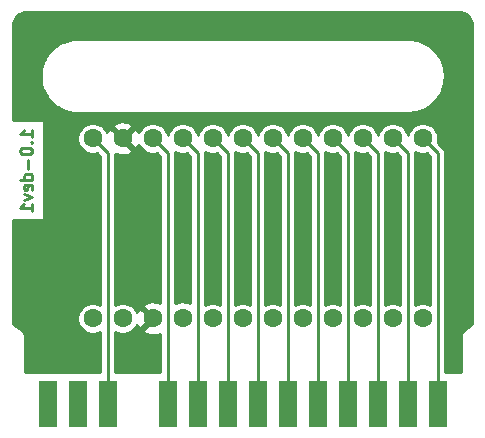
<source format=gbr>
G04 #@! TF.GenerationSoftware,KiCad,Pcbnew,(5.1.9-0-10_14)*
G04 #@! TF.CreationDate,2021-03-07T20:21:02-08:00*
G04 #@! TF.ProjectId,cart,63617274-2e6b-4696-9361-645f70636258,1.0-dev0*
G04 #@! TF.SameCoordinates,Original*
G04 #@! TF.FileFunction,Copper,L2,Bot*
G04 #@! TF.FilePolarity,Positive*
%FSLAX46Y46*%
G04 Gerber Fmt 4.6, Leading zero omitted, Abs format (unit mm)*
G04 Created by KiCad (PCBNEW (5.1.9-0-10_14)) date 2021-03-07 20:21:02*
%MOMM*%
%LPD*%
G01*
G04 APERTURE LIST*
G04 #@! TA.AperFunction,NonConductor*
%ADD10C,0.228600*%
G04 #@! TD*
G04 #@! TA.AperFunction,ConnectorPad*
%ADD11R,1.600000X4.000000*%
G04 #@! TD*
G04 #@! TA.AperFunction,ComponentPad*
%ADD12C,1.600000*%
G04 #@! TD*
G04 #@! TA.AperFunction,ViaPad*
%ADD13C,0.600000*%
G04 #@! TD*
G04 #@! TA.AperFunction,Conductor*
%ADD14C,0.254000*%
G04 #@! TD*
G04 #@! TA.AperFunction,Conductor*
%ADD15C,0.100000*%
G04 #@! TD*
G04 APERTURE END LIST*
D10*
X121871619Y-104046685D02*
X121871619Y-103466113D01*
X121871619Y-103756399D02*
X120855619Y-103756399D01*
X121000761Y-103659637D01*
X121097523Y-103562875D01*
X121145904Y-103466113D01*
X121774857Y-104482113D02*
X121823238Y-104530494D01*
X121871619Y-104482113D01*
X121823238Y-104433732D01*
X121774857Y-104482113D01*
X121871619Y-104482113D01*
X120855619Y-105159447D02*
X120855619Y-105256209D01*
X120904000Y-105352970D01*
X120952380Y-105401351D01*
X121049142Y-105449732D01*
X121242666Y-105498113D01*
X121484571Y-105498113D01*
X121678095Y-105449732D01*
X121774857Y-105401351D01*
X121823238Y-105352970D01*
X121871619Y-105256209D01*
X121871619Y-105159447D01*
X121823238Y-105062685D01*
X121774857Y-105014304D01*
X121678095Y-104965923D01*
X121484571Y-104917542D01*
X121242666Y-104917542D01*
X121049142Y-104965923D01*
X120952380Y-105014304D01*
X120904000Y-105062685D01*
X120855619Y-105159447D01*
X121484571Y-105933542D02*
X121484571Y-106707637D01*
X121871619Y-107626875D02*
X120855619Y-107626875D01*
X121823238Y-107626875D02*
X121871619Y-107530113D01*
X121871619Y-107336590D01*
X121823238Y-107239828D01*
X121774857Y-107191447D01*
X121678095Y-107143066D01*
X121387809Y-107143066D01*
X121291047Y-107191447D01*
X121242666Y-107239828D01*
X121194285Y-107336590D01*
X121194285Y-107530113D01*
X121242666Y-107626875D01*
X121823238Y-108497732D02*
X121871619Y-108400970D01*
X121871619Y-108207447D01*
X121823238Y-108110685D01*
X121726476Y-108062304D01*
X121339428Y-108062304D01*
X121242666Y-108110685D01*
X121194285Y-108207447D01*
X121194285Y-108400970D01*
X121242666Y-108497732D01*
X121339428Y-108546113D01*
X121436190Y-108546113D01*
X121532952Y-108062304D01*
X121194285Y-108884780D02*
X121871619Y-109126685D01*
X121194285Y-109368590D01*
X121871619Y-110287828D02*
X121871619Y-109707256D01*
X121871619Y-109997542D02*
X120855619Y-109997542D01*
X121000761Y-109900780D01*
X121097523Y-109804018D01*
X121145904Y-109707256D01*
D11*
X123190000Y-126619000D03*
X125730000Y-126619000D03*
X128270000Y-126619000D03*
X133350000Y-126619000D03*
X135890000Y-126619000D03*
X138430000Y-126619000D03*
X140970000Y-126619000D03*
X143510000Y-126619000D03*
X146050000Y-126619000D03*
X148590000Y-126619000D03*
X151130000Y-126619000D03*
X156210000Y-126619000D03*
X153670000Y-126619000D03*
D12*
X127000000Y-104140000D03*
X129540000Y-104140000D03*
X132080000Y-104140000D03*
X134620000Y-104140000D03*
X137160000Y-104140000D03*
X139700000Y-104140000D03*
X142240000Y-104140000D03*
X144780000Y-104140000D03*
X147320000Y-104140000D03*
X149860000Y-104140000D03*
X152400000Y-104140000D03*
X154940000Y-104140000D03*
X154940000Y-119380000D03*
X152400000Y-119380000D03*
X149860000Y-119380000D03*
X147320000Y-119380000D03*
X144780000Y-119380000D03*
X142240000Y-119380000D03*
X139700000Y-119380000D03*
X137160000Y-119380000D03*
X134620000Y-119380000D03*
X132080000Y-119380000D03*
X129540000Y-119380000D03*
X127000000Y-119380000D03*
D13*
X134620000Y-111760000D03*
X137160000Y-111760000D03*
X139700000Y-111760000D03*
X142240000Y-111760000D03*
X144780000Y-111760000D03*
X147320000Y-111760000D03*
X149860000Y-111760000D03*
X152400000Y-111760000D03*
X154940000Y-111760000D03*
X158115000Y-117475000D03*
X125095000Y-111760000D03*
D14*
X128270000Y-105410000D02*
X128270000Y-126619000D01*
X127000000Y-104140000D02*
X128270000Y-105410000D01*
X133350000Y-105410000D02*
X133350000Y-126619000D01*
X132080000Y-104140000D02*
X133350000Y-105410000D01*
X135890000Y-105410000D02*
X135890000Y-126619000D01*
X134620000Y-104140000D02*
X135890000Y-105410000D01*
X138430000Y-105410000D02*
X138430000Y-126619000D01*
X137160000Y-104140000D02*
X138430000Y-105410000D01*
X140970000Y-105410000D02*
X140970000Y-126619000D01*
X139700000Y-104140000D02*
X140970000Y-105410000D01*
X143510000Y-105410000D02*
X143510000Y-126619000D01*
X142240000Y-104140000D02*
X143510000Y-105410000D01*
X146050000Y-105410000D02*
X146050000Y-126619000D01*
X144780000Y-104140000D02*
X146050000Y-105410000D01*
X148590000Y-105410000D02*
X148590000Y-126619000D01*
X147320000Y-104140000D02*
X148590000Y-105410000D01*
X151130000Y-105410000D02*
X151130000Y-126619000D01*
X149860000Y-104140000D02*
X151130000Y-105410000D01*
X156210000Y-105410000D02*
X156210000Y-126619000D01*
X154940000Y-104140000D02*
X156210000Y-105410000D01*
X153670000Y-105410000D02*
X153670000Y-126619000D01*
X152400000Y-104140000D02*
X153670000Y-105410000D01*
X158198689Y-93466143D02*
X158416740Y-93531976D01*
X158617855Y-93638911D01*
X158794370Y-93782873D01*
X158939557Y-93958375D01*
X159047893Y-94158738D01*
X159115248Y-94376326D01*
X159142000Y-94630858D01*
X159142001Y-119840896D01*
X158420334Y-120390807D01*
X158410579Y-120396021D01*
X158372756Y-120427062D01*
X158357746Y-120438499D01*
X158349713Y-120445972D01*
X158317999Y-120471999D01*
X158305935Y-120486699D01*
X158292027Y-120499638D01*
X158268040Y-120532875D01*
X158242021Y-120564580D01*
X158233060Y-120581344D01*
X158221940Y-120596753D01*
X158204895Y-120634038D01*
X158185564Y-120670204D01*
X158180046Y-120688393D01*
X158172145Y-120705677D01*
X158162701Y-120745575D01*
X158150798Y-120784812D01*
X158148935Y-120803726D01*
X158144557Y-120822221D01*
X158143078Y-120863199D01*
X158142000Y-120874140D01*
X158142000Y-120893046D01*
X158140236Y-120941907D01*
X158142000Y-120952819D01*
X158142000Y-123888500D01*
X156845000Y-123888500D01*
X156845000Y-105441180D01*
X156848071Y-105409999D01*
X156845000Y-105378818D01*
X156845000Y-105378808D01*
X156835812Y-105285518D01*
X156799502Y-105165820D01*
X156740538Y-105055507D01*
X156740537Y-105055505D01*
X156681068Y-104983043D01*
X156661185Y-104958815D01*
X156636956Y-104938931D01*
X156201354Y-104503330D01*
X156248000Y-104268827D01*
X156248000Y-104011173D01*
X156197734Y-103758470D01*
X156099135Y-103520430D01*
X155955990Y-103306199D01*
X155773801Y-103124010D01*
X155559570Y-102980865D01*
X155321530Y-102882266D01*
X155068827Y-102832000D01*
X154811173Y-102832000D01*
X154558470Y-102882266D01*
X154320430Y-102980865D01*
X154106199Y-103124010D01*
X153924010Y-103306199D01*
X153780865Y-103520430D01*
X153682266Y-103758470D01*
X153670000Y-103820135D01*
X153657734Y-103758470D01*
X153559135Y-103520430D01*
X153415990Y-103306199D01*
X153233801Y-103124010D01*
X153019570Y-102980865D01*
X152781530Y-102882266D01*
X152528827Y-102832000D01*
X152271173Y-102832000D01*
X152018470Y-102882266D01*
X151780430Y-102980865D01*
X151566199Y-103124010D01*
X151384010Y-103306199D01*
X151240865Y-103520430D01*
X151142266Y-103758470D01*
X151130000Y-103820135D01*
X151117734Y-103758470D01*
X151019135Y-103520430D01*
X150875990Y-103306199D01*
X150693801Y-103124010D01*
X150479570Y-102980865D01*
X150241530Y-102882266D01*
X149988827Y-102832000D01*
X149731173Y-102832000D01*
X149478470Y-102882266D01*
X149240430Y-102980865D01*
X149026199Y-103124010D01*
X148844010Y-103306199D01*
X148700865Y-103520430D01*
X148602266Y-103758470D01*
X148590000Y-103820135D01*
X148577734Y-103758470D01*
X148479135Y-103520430D01*
X148335990Y-103306199D01*
X148153801Y-103124010D01*
X147939570Y-102980865D01*
X147701530Y-102882266D01*
X147448827Y-102832000D01*
X147191173Y-102832000D01*
X146938470Y-102882266D01*
X146700430Y-102980865D01*
X146486199Y-103124010D01*
X146304010Y-103306199D01*
X146160865Y-103520430D01*
X146062266Y-103758470D01*
X146050000Y-103820135D01*
X146037734Y-103758470D01*
X145939135Y-103520430D01*
X145795990Y-103306199D01*
X145613801Y-103124010D01*
X145399570Y-102980865D01*
X145161530Y-102882266D01*
X144908827Y-102832000D01*
X144651173Y-102832000D01*
X144398470Y-102882266D01*
X144160430Y-102980865D01*
X143946199Y-103124010D01*
X143764010Y-103306199D01*
X143620865Y-103520430D01*
X143522266Y-103758470D01*
X143510000Y-103820135D01*
X143497734Y-103758470D01*
X143399135Y-103520430D01*
X143255990Y-103306199D01*
X143073801Y-103124010D01*
X142859570Y-102980865D01*
X142621530Y-102882266D01*
X142368827Y-102832000D01*
X142111173Y-102832000D01*
X141858470Y-102882266D01*
X141620430Y-102980865D01*
X141406199Y-103124010D01*
X141224010Y-103306199D01*
X141080865Y-103520430D01*
X140982266Y-103758470D01*
X140970000Y-103820135D01*
X140957734Y-103758470D01*
X140859135Y-103520430D01*
X140715990Y-103306199D01*
X140533801Y-103124010D01*
X140319570Y-102980865D01*
X140081530Y-102882266D01*
X139828827Y-102832000D01*
X139571173Y-102832000D01*
X139318470Y-102882266D01*
X139080430Y-102980865D01*
X138866199Y-103124010D01*
X138684010Y-103306199D01*
X138540865Y-103520430D01*
X138442266Y-103758470D01*
X138430000Y-103820135D01*
X138417734Y-103758470D01*
X138319135Y-103520430D01*
X138175990Y-103306199D01*
X137993801Y-103124010D01*
X137779570Y-102980865D01*
X137541530Y-102882266D01*
X137288827Y-102832000D01*
X137031173Y-102832000D01*
X136778470Y-102882266D01*
X136540430Y-102980865D01*
X136326199Y-103124010D01*
X136144010Y-103306199D01*
X136000865Y-103520430D01*
X135902266Y-103758470D01*
X135890000Y-103820135D01*
X135877734Y-103758470D01*
X135779135Y-103520430D01*
X135635990Y-103306199D01*
X135453801Y-103124010D01*
X135239570Y-102980865D01*
X135001530Y-102882266D01*
X134748827Y-102832000D01*
X134491173Y-102832000D01*
X134238470Y-102882266D01*
X134000430Y-102980865D01*
X133786199Y-103124010D01*
X133604010Y-103306199D01*
X133460865Y-103520430D01*
X133362266Y-103758470D01*
X133350000Y-103820135D01*
X133337734Y-103758470D01*
X133239135Y-103520430D01*
X133095990Y-103306199D01*
X132913801Y-103124010D01*
X132699570Y-102980865D01*
X132461530Y-102882266D01*
X132208827Y-102832000D01*
X131951173Y-102832000D01*
X131698470Y-102882266D01*
X131460430Y-102980865D01*
X131246199Y-103124010D01*
X131064010Y-103306199D01*
X130920865Y-103520430D01*
X130878772Y-103622051D01*
X130843603Y-103523708D01*
X130776671Y-103398486D01*
X130532702Y-103326903D01*
X129719605Y-104140000D01*
X130532702Y-104953097D01*
X130776671Y-104881514D01*
X130880492Y-104662100D01*
X130920865Y-104759570D01*
X131064010Y-104973801D01*
X131246199Y-105155990D01*
X131460430Y-105299135D01*
X131698470Y-105397734D01*
X131951173Y-105448000D01*
X132208827Y-105448000D01*
X132443330Y-105401354D01*
X132715000Y-105673025D01*
X132715001Y-118092930D01*
X132566004Y-118022429D01*
X132291816Y-117953700D01*
X132009488Y-117939783D01*
X131729870Y-117981213D01*
X131463708Y-118076397D01*
X131338486Y-118143329D01*
X131266903Y-118387298D01*
X132080000Y-119200395D01*
X132094143Y-119186253D01*
X132273748Y-119365858D01*
X132259605Y-119380000D01*
X132273748Y-119394143D01*
X132094143Y-119573748D01*
X132080000Y-119559605D01*
X131266903Y-120372702D01*
X131338486Y-120616671D01*
X131593996Y-120737571D01*
X131868184Y-120806300D01*
X132150512Y-120820217D01*
X132430130Y-120778787D01*
X132696292Y-120683603D01*
X132715001Y-120673603D01*
X132715001Y-123888500D01*
X128905000Y-123888500D01*
X128905000Y-120528825D01*
X128920430Y-120539135D01*
X129158470Y-120637734D01*
X129411173Y-120688000D01*
X129668827Y-120688000D01*
X129921530Y-120637734D01*
X130159570Y-120539135D01*
X130373801Y-120395990D01*
X130555990Y-120213801D01*
X130699135Y-119999570D01*
X130741228Y-119897949D01*
X130776397Y-119996292D01*
X130843329Y-120121514D01*
X131087298Y-120193097D01*
X131900395Y-119380000D01*
X131087298Y-118566903D01*
X130843329Y-118638486D01*
X130739508Y-118857900D01*
X130699135Y-118760430D01*
X130555990Y-118546199D01*
X130373801Y-118364010D01*
X130159570Y-118220865D01*
X129921530Y-118122266D01*
X129668827Y-118072000D01*
X129411173Y-118072000D01*
X129158470Y-118122266D01*
X128920430Y-118220865D01*
X128905000Y-118231175D01*
X128905000Y-105441180D01*
X128906328Y-105427699D01*
X129053996Y-105497571D01*
X129328184Y-105566300D01*
X129610512Y-105580217D01*
X129890130Y-105538787D01*
X130156292Y-105443603D01*
X130281514Y-105376671D01*
X130353097Y-105132702D01*
X129540000Y-104319605D01*
X129525858Y-104333748D01*
X129346253Y-104154143D01*
X129360395Y-104140000D01*
X128547298Y-103326903D01*
X128303329Y-103398486D01*
X128199508Y-103617900D01*
X128159135Y-103520430D01*
X128015990Y-103306199D01*
X127857089Y-103147298D01*
X128726903Y-103147298D01*
X129540000Y-103960395D01*
X130353097Y-103147298D01*
X130281514Y-102903329D01*
X130026004Y-102782429D01*
X129751816Y-102713700D01*
X129469488Y-102699783D01*
X129189870Y-102741213D01*
X128923708Y-102836397D01*
X128798486Y-102903329D01*
X128726903Y-103147298D01*
X127857089Y-103147298D01*
X127833801Y-103124010D01*
X127619570Y-102980865D01*
X127381530Y-102882266D01*
X127128827Y-102832000D01*
X126871173Y-102832000D01*
X126618470Y-102882266D01*
X126380430Y-102980865D01*
X126166199Y-103124010D01*
X125984010Y-103306199D01*
X125840865Y-103520430D01*
X125742266Y-103758470D01*
X125692000Y-104011173D01*
X125692000Y-104268827D01*
X125742266Y-104521530D01*
X125840865Y-104759570D01*
X125984010Y-104973801D01*
X126166199Y-105155990D01*
X126380430Y-105299135D01*
X126618470Y-105397734D01*
X126871173Y-105448000D01*
X127128827Y-105448000D01*
X127363330Y-105401354D01*
X127635000Y-105673025D01*
X127635001Y-118231175D01*
X127619570Y-118220865D01*
X127381530Y-118122266D01*
X127128827Y-118072000D01*
X126871173Y-118072000D01*
X126618470Y-118122266D01*
X126380430Y-118220865D01*
X126166199Y-118364010D01*
X125984010Y-118546199D01*
X125840865Y-118760430D01*
X125742266Y-118998470D01*
X125692000Y-119251173D01*
X125692000Y-119508827D01*
X125742266Y-119761530D01*
X125840865Y-119999570D01*
X125984010Y-120213801D01*
X126166199Y-120395990D01*
X126380430Y-120539135D01*
X126618470Y-120637734D01*
X126871173Y-120688000D01*
X127128827Y-120688000D01*
X127381530Y-120637734D01*
X127619570Y-120539135D01*
X127635001Y-120528824D01*
X127635001Y-123888500D01*
X121258000Y-123888500D01*
X121258000Y-120949819D01*
X121259764Y-120938907D01*
X121258000Y-120890046D01*
X121258000Y-120871139D01*
X121256922Y-120860198D01*
X121255443Y-120819220D01*
X121251065Y-120800725D01*
X121249202Y-120781811D01*
X121237299Y-120742574D01*
X121227855Y-120702676D01*
X121219954Y-120685392D01*
X121214436Y-120667203D01*
X121195105Y-120631037D01*
X121178060Y-120593752D01*
X121166940Y-120578343D01*
X121157979Y-120561579D01*
X121131962Y-120529877D01*
X121107973Y-120496637D01*
X121094062Y-120483695D01*
X121082001Y-120468999D01*
X121050298Y-120442982D01*
X121042254Y-120435498D01*
X121027219Y-120424042D01*
X120989420Y-120393021D01*
X120979672Y-120387811D01*
X120258000Y-119837897D01*
X120258000Y-111069362D01*
X122883930Y-111069362D01*
X122883930Y-102616000D01*
X120258000Y-102616000D01*
X120258000Y-98812628D01*
X122584564Y-98812628D01*
X122584949Y-98867699D01*
X122584564Y-98922837D01*
X122585393Y-98931285D01*
X122637210Y-99424292D01*
X122648289Y-99478268D01*
X122658616Y-99532402D01*
X122661068Y-99540521D01*
X122661069Y-99540528D01*
X122661072Y-99540534D01*
X122807659Y-100014081D01*
X122829005Y-100064861D01*
X122849656Y-100115974D01*
X122853642Y-100123470D01*
X123089419Y-100559530D01*
X123120223Y-100605199D01*
X123150407Y-100651325D01*
X123155772Y-100657903D01*
X123471756Y-101039863D01*
X123510868Y-101078703D01*
X123549414Y-101118065D01*
X123555949Y-101123471D01*
X123555954Y-101123476D01*
X123555956Y-101123477D01*
X123940111Y-101436786D01*
X123985996Y-101467272D01*
X124031479Y-101498415D01*
X124038946Y-101502452D01*
X124476642Y-101735179D01*
X124527574Y-101756172D01*
X124578240Y-101777887D01*
X124586346Y-101780396D01*
X124586352Y-101780398D01*
X125060914Y-101923676D01*
X125114973Y-101934380D01*
X125168872Y-101945837D01*
X125177305Y-101946723D01*
X125177315Y-101946725D01*
X125177324Y-101946725D01*
X125670670Y-101995098D01*
X125670674Y-101995098D01*
X125700139Y-101998000D01*
X153699861Y-101998000D01*
X153701982Y-101997791D01*
X153709716Y-101997737D01*
X153737175Y-101994851D01*
X153764794Y-101994851D01*
X153773236Y-101993963D01*
X154265868Y-101938706D01*
X154319771Y-101927248D01*
X154373828Y-101916545D01*
X154381937Y-101914035D01*
X154854453Y-101764144D01*
X154905119Y-101742429D01*
X154956051Y-101721436D01*
X154963514Y-101717401D01*
X154963518Y-101717399D01*
X154963521Y-101717397D01*
X155397923Y-101478582D01*
X155443380Y-101447457D01*
X155489289Y-101416955D01*
X155495830Y-101411544D01*
X155875575Y-101092901D01*
X155914102Y-101053558D01*
X155953234Y-101014699D01*
X155958599Y-101008120D01*
X156269219Y-100621786D01*
X156299403Y-100575660D01*
X156330207Y-100529991D01*
X156334193Y-100522495D01*
X156563858Y-100083186D01*
X156584507Y-100032080D01*
X156605856Y-99981292D01*
X156608310Y-99973165D01*
X156748273Y-99497613D01*
X156758595Y-99443503D01*
X156769680Y-99389502D01*
X156770508Y-99381053D01*
X156815436Y-98887372D01*
X156815051Y-98832301D01*
X156815436Y-98777164D01*
X156814607Y-98768715D01*
X156762790Y-98275709D01*
X156751711Y-98221732D01*
X156741384Y-98167599D01*
X156738933Y-98159482D01*
X156738931Y-98159472D01*
X156738927Y-98159463D01*
X156592341Y-97685919D01*
X156570988Y-97635123D01*
X156550344Y-97584026D01*
X156546358Y-97576530D01*
X156310581Y-97140470D01*
X156279777Y-97094801D01*
X156249593Y-97048675D01*
X156244228Y-97042097D01*
X155928244Y-96660137D01*
X155889132Y-96621297D01*
X155850586Y-96581935D01*
X155844051Y-96576529D01*
X155844046Y-96576524D01*
X155844041Y-96576520D01*
X155459889Y-96263214D01*
X155414011Y-96232732D01*
X155368521Y-96201585D01*
X155361058Y-96197551D01*
X155361054Y-96197548D01*
X155361050Y-96197546D01*
X154923358Y-95964821D01*
X154872426Y-95943828D01*
X154821760Y-95922113D01*
X154813654Y-95919604D01*
X154813648Y-95919602D01*
X154339086Y-95776324D01*
X154285052Y-95765625D01*
X154231128Y-95754163D01*
X154222686Y-95753276D01*
X153729331Y-95704902D01*
X153729326Y-95704902D01*
X153699861Y-95702000D01*
X125700139Y-95702000D01*
X125698018Y-95702209D01*
X125690284Y-95702263D01*
X125662825Y-95705149D01*
X125635206Y-95705149D01*
X125626763Y-95706037D01*
X125134132Y-95761294D01*
X125080229Y-95772752D01*
X125026172Y-95783455D01*
X125018063Y-95785965D01*
X124545547Y-95935856D01*
X124494881Y-95957571D01*
X124443949Y-95978564D01*
X124436491Y-95982597D01*
X124436482Y-95982601D01*
X124436475Y-95982606D01*
X124002077Y-96221418D01*
X123956630Y-96252536D01*
X123910710Y-96283045D01*
X123904175Y-96288453D01*
X123904169Y-96288457D01*
X123904164Y-96288462D01*
X123524425Y-96607099D01*
X123485884Y-96646456D01*
X123446766Y-96685302D01*
X123441406Y-96691875D01*
X123441402Y-96691879D01*
X123441401Y-96691881D01*
X123130781Y-97078214D01*
X123100605Y-97124329D01*
X123069792Y-97170009D01*
X123065807Y-97177505D01*
X122836141Y-97616815D01*
X122815490Y-97667928D01*
X122794144Y-97718708D01*
X122791690Y-97726835D01*
X122651727Y-98202387D01*
X122641403Y-98256504D01*
X122630320Y-98310498D01*
X122629492Y-98318947D01*
X122584564Y-98812628D01*
X120258000Y-98812628D01*
X120258000Y-94640734D01*
X120283143Y-94384311D01*
X120348976Y-94166260D01*
X120455911Y-93965145D01*
X120599873Y-93788630D01*
X120775375Y-93643443D01*
X120975738Y-93535107D01*
X121193326Y-93467752D01*
X121447858Y-93441000D01*
X157942266Y-93441000D01*
X158198689Y-93466143D01*
G04 #@! TA.AperFunction,Conductor*
D15*
G36*
X158198689Y-93466143D02*
G01*
X158416740Y-93531976D01*
X158617855Y-93638911D01*
X158794370Y-93782873D01*
X158939557Y-93958375D01*
X159047893Y-94158738D01*
X159115248Y-94376326D01*
X159142000Y-94630858D01*
X159142001Y-119840896D01*
X158420334Y-120390807D01*
X158410579Y-120396021D01*
X158372756Y-120427062D01*
X158357746Y-120438499D01*
X158349713Y-120445972D01*
X158317999Y-120471999D01*
X158305935Y-120486699D01*
X158292027Y-120499638D01*
X158268040Y-120532875D01*
X158242021Y-120564580D01*
X158233060Y-120581344D01*
X158221940Y-120596753D01*
X158204895Y-120634038D01*
X158185564Y-120670204D01*
X158180046Y-120688393D01*
X158172145Y-120705677D01*
X158162701Y-120745575D01*
X158150798Y-120784812D01*
X158148935Y-120803726D01*
X158144557Y-120822221D01*
X158143078Y-120863199D01*
X158142000Y-120874140D01*
X158142000Y-120893046D01*
X158140236Y-120941907D01*
X158142000Y-120952819D01*
X158142000Y-123888500D01*
X156845000Y-123888500D01*
X156845000Y-105441180D01*
X156848071Y-105409999D01*
X156845000Y-105378818D01*
X156845000Y-105378808D01*
X156835812Y-105285518D01*
X156799502Y-105165820D01*
X156740538Y-105055507D01*
X156740537Y-105055505D01*
X156681068Y-104983043D01*
X156661185Y-104958815D01*
X156636956Y-104938931D01*
X156201354Y-104503330D01*
X156248000Y-104268827D01*
X156248000Y-104011173D01*
X156197734Y-103758470D01*
X156099135Y-103520430D01*
X155955990Y-103306199D01*
X155773801Y-103124010D01*
X155559570Y-102980865D01*
X155321530Y-102882266D01*
X155068827Y-102832000D01*
X154811173Y-102832000D01*
X154558470Y-102882266D01*
X154320430Y-102980865D01*
X154106199Y-103124010D01*
X153924010Y-103306199D01*
X153780865Y-103520430D01*
X153682266Y-103758470D01*
X153670000Y-103820135D01*
X153657734Y-103758470D01*
X153559135Y-103520430D01*
X153415990Y-103306199D01*
X153233801Y-103124010D01*
X153019570Y-102980865D01*
X152781530Y-102882266D01*
X152528827Y-102832000D01*
X152271173Y-102832000D01*
X152018470Y-102882266D01*
X151780430Y-102980865D01*
X151566199Y-103124010D01*
X151384010Y-103306199D01*
X151240865Y-103520430D01*
X151142266Y-103758470D01*
X151130000Y-103820135D01*
X151117734Y-103758470D01*
X151019135Y-103520430D01*
X150875990Y-103306199D01*
X150693801Y-103124010D01*
X150479570Y-102980865D01*
X150241530Y-102882266D01*
X149988827Y-102832000D01*
X149731173Y-102832000D01*
X149478470Y-102882266D01*
X149240430Y-102980865D01*
X149026199Y-103124010D01*
X148844010Y-103306199D01*
X148700865Y-103520430D01*
X148602266Y-103758470D01*
X148590000Y-103820135D01*
X148577734Y-103758470D01*
X148479135Y-103520430D01*
X148335990Y-103306199D01*
X148153801Y-103124010D01*
X147939570Y-102980865D01*
X147701530Y-102882266D01*
X147448827Y-102832000D01*
X147191173Y-102832000D01*
X146938470Y-102882266D01*
X146700430Y-102980865D01*
X146486199Y-103124010D01*
X146304010Y-103306199D01*
X146160865Y-103520430D01*
X146062266Y-103758470D01*
X146050000Y-103820135D01*
X146037734Y-103758470D01*
X145939135Y-103520430D01*
X145795990Y-103306199D01*
X145613801Y-103124010D01*
X145399570Y-102980865D01*
X145161530Y-102882266D01*
X144908827Y-102832000D01*
X144651173Y-102832000D01*
X144398470Y-102882266D01*
X144160430Y-102980865D01*
X143946199Y-103124010D01*
X143764010Y-103306199D01*
X143620865Y-103520430D01*
X143522266Y-103758470D01*
X143510000Y-103820135D01*
X143497734Y-103758470D01*
X143399135Y-103520430D01*
X143255990Y-103306199D01*
X143073801Y-103124010D01*
X142859570Y-102980865D01*
X142621530Y-102882266D01*
X142368827Y-102832000D01*
X142111173Y-102832000D01*
X141858470Y-102882266D01*
X141620430Y-102980865D01*
X141406199Y-103124010D01*
X141224010Y-103306199D01*
X141080865Y-103520430D01*
X140982266Y-103758470D01*
X140970000Y-103820135D01*
X140957734Y-103758470D01*
X140859135Y-103520430D01*
X140715990Y-103306199D01*
X140533801Y-103124010D01*
X140319570Y-102980865D01*
X140081530Y-102882266D01*
X139828827Y-102832000D01*
X139571173Y-102832000D01*
X139318470Y-102882266D01*
X139080430Y-102980865D01*
X138866199Y-103124010D01*
X138684010Y-103306199D01*
X138540865Y-103520430D01*
X138442266Y-103758470D01*
X138430000Y-103820135D01*
X138417734Y-103758470D01*
X138319135Y-103520430D01*
X138175990Y-103306199D01*
X137993801Y-103124010D01*
X137779570Y-102980865D01*
X137541530Y-102882266D01*
X137288827Y-102832000D01*
X137031173Y-102832000D01*
X136778470Y-102882266D01*
X136540430Y-102980865D01*
X136326199Y-103124010D01*
X136144010Y-103306199D01*
X136000865Y-103520430D01*
X135902266Y-103758470D01*
X135890000Y-103820135D01*
X135877734Y-103758470D01*
X135779135Y-103520430D01*
X135635990Y-103306199D01*
X135453801Y-103124010D01*
X135239570Y-102980865D01*
X135001530Y-102882266D01*
X134748827Y-102832000D01*
X134491173Y-102832000D01*
X134238470Y-102882266D01*
X134000430Y-102980865D01*
X133786199Y-103124010D01*
X133604010Y-103306199D01*
X133460865Y-103520430D01*
X133362266Y-103758470D01*
X133350000Y-103820135D01*
X133337734Y-103758470D01*
X133239135Y-103520430D01*
X133095990Y-103306199D01*
X132913801Y-103124010D01*
X132699570Y-102980865D01*
X132461530Y-102882266D01*
X132208827Y-102832000D01*
X131951173Y-102832000D01*
X131698470Y-102882266D01*
X131460430Y-102980865D01*
X131246199Y-103124010D01*
X131064010Y-103306199D01*
X130920865Y-103520430D01*
X130878772Y-103622051D01*
X130843603Y-103523708D01*
X130776671Y-103398486D01*
X130532702Y-103326903D01*
X129719605Y-104140000D01*
X130532702Y-104953097D01*
X130776671Y-104881514D01*
X130880492Y-104662100D01*
X130920865Y-104759570D01*
X131064010Y-104973801D01*
X131246199Y-105155990D01*
X131460430Y-105299135D01*
X131698470Y-105397734D01*
X131951173Y-105448000D01*
X132208827Y-105448000D01*
X132443330Y-105401354D01*
X132715000Y-105673025D01*
X132715001Y-118092930D01*
X132566004Y-118022429D01*
X132291816Y-117953700D01*
X132009488Y-117939783D01*
X131729870Y-117981213D01*
X131463708Y-118076397D01*
X131338486Y-118143329D01*
X131266903Y-118387298D01*
X132080000Y-119200395D01*
X132094143Y-119186253D01*
X132273748Y-119365858D01*
X132259605Y-119380000D01*
X132273748Y-119394143D01*
X132094143Y-119573748D01*
X132080000Y-119559605D01*
X131266903Y-120372702D01*
X131338486Y-120616671D01*
X131593996Y-120737571D01*
X131868184Y-120806300D01*
X132150512Y-120820217D01*
X132430130Y-120778787D01*
X132696292Y-120683603D01*
X132715001Y-120673603D01*
X132715001Y-123888500D01*
X128905000Y-123888500D01*
X128905000Y-120528825D01*
X128920430Y-120539135D01*
X129158470Y-120637734D01*
X129411173Y-120688000D01*
X129668827Y-120688000D01*
X129921530Y-120637734D01*
X130159570Y-120539135D01*
X130373801Y-120395990D01*
X130555990Y-120213801D01*
X130699135Y-119999570D01*
X130741228Y-119897949D01*
X130776397Y-119996292D01*
X130843329Y-120121514D01*
X131087298Y-120193097D01*
X131900395Y-119380000D01*
X131087298Y-118566903D01*
X130843329Y-118638486D01*
X130739508Y-118857900D01*
X130699135Y-118760430D01*
X130555990Y-118546199D01*
X130373801Y-118364010D01*
X130159570Y-118220865D01*
X129921530Y-118122266D01*
X129668827Y-118072000D01*
X129411173Y-118072000D01*
X129158470Y-118122266D01*
X128920430Y-118220865D01*
X128905000Y-118231175D01*
X128905000Y-105441180D01*
X128906328Y-105427699D01*
X129053996Y-105497571D01*
X129328184Y-105566300D01*
X129610512Y-105580217D01*
X129890130Y-105538787D01*
X130156292Y-105443603D01*
X130281514Y-105376671D01*
X130353097Y-105132702D01*
X129540000Y-104319605D01*
X129525858Y-104333748D01*
X129346253Y-104154143D01*
X129360395Y-104140000D01*
X128547298Y-103326903D01*
X128303329Y-103398486D01*
X128199508Y-103617900D01*
X128159135Y-103520430D01*
X128015990Y-103306199D01*
X127857089Y-103147298D01*
X128726903Y-103147298D01*
X129540000Y-103960395D01*
X130353097Y-103147298D01*
X130281514Y-102903329D01*
X130026004Y-102782429D01*
X129751816Y-102713700D01*
X129469488Y-102699783D01*
X129189870Y-102741213D01*
X128923708Y-102836397D01*
X128798486Y-102903329D01*
X128726903Y-103147298D01*
X127857089Y-103147298D01*
X127833801Y-103124010D01*
X127619570Y-102980865D01*
X127381530Y-102882266D01*
X127128827Y-102832000D01*
X126871173Y-102832000D01*
X126618470Y-102882266D01*
X126380430Y-102980865D01*
X126166199Y-103124010D01*
X125984010Y-103306199D01*
X125840865Y-103520430D01*
X125742266Y-103758470D01*
X125692000Y-104011173D01*
X125692000Y-104268827D01*
X125742266Y-104521530D01*
X125840865Y-104759570D01*
X125984010Y-104973801D01*
X126166199Y-105155990D01*
X126380430Y-105299135D01*
X126618470Y-105397734D01*
X126871173Y-105448000D01*
X127128827Y-105448000D01*
X127363330Y-105401354D01*
X127635000Y-105673025D01*
X127635001Y-118231175D01*
X127619570Y-118220865D01*
X127381530Y-118122266D01*
X127128827Y-118072000D01*
X126871173Y-118072000D01*
X126618470Y-118122266D01*
X126380430Y-118220865D01*
X126166199Y-118364010D01*
X125984010Y-118546199D01*
X125840865Y-118760430D01*
X125742266Y-118998470D01*
X125692000Y-119251173D01*
X125692000Y-119508827D01*
X125742266Y-119761530D01*
X125840865Y-119999570D01*
X125984010Y-120213801D01*
X126166199Y-120395990D01*
X126380430Y-120539135D01*
X126618470Y-120637734D01*
X126871173Y-120688000D01*
X127128827Y-120688000D01*
X127381530Y-120637734D01*
X127619570Y-120539135D01*
X127635001Y-120528824D01*
X127635001Y-123888500D01*
X121258000Y-123888500D01*
X121258000Y-120949819D01*
X121259764Y-120938907D01*
X121258000Y-120890046D01*
X121258000Y-120871139D01*
X121256922Y-120860198D01*
X121255443Y-120819220D01*
X121251065Y-120800725D01*
X121249202Y-120781811D01*
X121237299Y-120742574D01*
X121227855Y-120702676D01*
X121219954Y-120685392D01*
X121214436Y-120667203D01*
X121195105Y-120631037D01*
X121178060Y-120593752D01*
X121166940Y-120578343D01*
X121157979Y-120561579D01*
X121131962Y-120529877D01*
X121107973Y-120496637D01*
X121094062Y-120483695D01*
X121082001Y-120468999D01*
X121050298Y-120442982D01*
X121042254Y-120435498D01*
X121027219Y-120424042D01*
X120989420Y-120393021D01*
X120979672Y-120387811D01*
X120258000Y-119837897D01*
X120258000Y-111069362D01*
X122883930Y-111069362D01*
X122883930Y-102616000D01*
X120258000Y-102616000D01*
X120258000Y-98812628D01*
X122584564Y-98812628D01*
X122584949Y-98867699D01*
X122584564Y-98922837D01*
X122585393Y-98931285D01*
X122637210Y-99424292D01*
X122648289Y-99478268D01*
X122658616Y-99532402D01*
X122661068Y-99540521D01*
X122661069Y-99540528D01*
X122661072Y-99540534D01*
X122807659Y-100014081D01*
X122829005Y-100064861D01*
X122849656Y-100115974D01*
X122853642Y-100123470D01*
X123089419Y-100559530D01*
X123120223Y-100605199D01*
X123150407Y-100651325D01*
X123155772Y-100657903D01*
X123471756Y-101039863D01*
X123510868Y-101078703D01*
X123549414Y-101118065D01*
X123555949Y-101123471D01*
X123555954Y-101123476D01*
X123555956Y-101123477D01*
X123940111Y-101436786D01*
X123985996Y-101467272D01*
X124031479Y-101498415D01*
X124038946Y-101502452D01*
X124476642Y-101735179D01*
X124527574Y-101756172D01*
X124578240Y-101777887D01*
X124586346Y-101780396D01*
X124586352Y-101780398D01*
X125060914Y-101923676D01*
X125114973Y-101934380D01*
X125168872Y-101945837D01*
X125177305Y-101946723D01*
X125177315Y-101946725D01*
X125177324Y-101946725D01*
X125670670Y-101995098D01*
X125670674Y-101995098D01*
X125700139Y-101998000D01*
X153699861Y-101998000D01*
X153701982Y-101997791D01*
X153709716Y-101997737D01*
X153737175Y-101994851D01*
X153764794Y-101994851D01*
X153773236Y-101993963D01*
X154265868Y-101938706D01*
X154319771Y-101927248D01*
X154373828Y-101916545D01*
X154381937Y-101914035D01*
X154854453Y-101764144D01*
X154905119Y-101742429D01*
X154956051Y-101721436D01*
X154963514Y-101717401D01*
X154963518Y-101717399D01*
X154963521Y-101717397D01*
X155397923Y-101478582D01*
X155443380Y-101447457D01*
X155489289Y-101416955D01*
X155495830Y-101411544D01*
X155875575Y-101092901D01*
X155914102Y-101053558D01*
X155953234Y-101014699D01*
X155958599Y-101008120D01*
X156269219Y-100621786D01*
X156299403Y-100575660D01*
X156330207Y-100529991D01*
X156334193Y-100522495D01*
X156563858Y-100083186D01*
X156584507Y-100032080D01*
X156605856Y-99981292D01*
X156608310Y-99973165D01*
X156748273Y-99497613D01*
X156758595Y-99443503D01*
X156769680Y-99389502D01*
X156770508Y-99381053D01*
X156815436Y-98887372D01*
X156815051Y-98832301D01*
X156815436Y-98777164D01*
X156814607Y-98768715D01*
X156762790Y-98275709D01*
X156751711Y-98221732D01*
X156741384Y-98167599D01*
X156738933Y-98159482D01*
X156738931Y-98159472D01*
X156738927Y-98159463D01*
X156592341Y-97685919D01*
X156570988Y-97635123D01*
X156550344Y-97584026D01*
X156546358Y-97576530D01*
X156310581Y-97140470D01*
X156279777Y-97094801D01*
X156249593Y-97048675D01*
X156244228Y-97042097D01*
X155928244Y-96660137D01*
X155889132Y-96621297D01*
X155850586Y-96581935D01*
X155844051Y-96576529D01*
X155844046Y-96576524D01*
X155844041Y-96576520D01*
X155459889Y-96263214D01*
X155414011Y-96232732D01*
X155368521Y-96201585D01*
X155361058Y-96197551D01*
X155361054Y-96197548D01*
X155361050Y-96197546D01*
X154923358Y-95964821D01*
X154872426Y-95943828D01*
X154821760Y-95922113D01*
X154813654Y-95919604D01*
X154813648Y-95919602D01*
X154339086Y-95776324D01*
X154285052Y-95765625D01*
X154231128Y-95754163D01*
X154222686Y-95753276D01*
X153729331Y-95704902D01*
X153729326Y-95704902D01*
X153699861Y-95702000D01*
X125700139Y-95702000D01*
X125698018Y-95702209D01*
X125690284Y-95702263D01*
X125662825Y-95705149D01*
X125635206Y-95705149D01*
X125626763Y-95706037D01*
X125134132Y-95761294D01*
X125080229Y-95772752D01*
X125026172Y-95783455D01*
X125018063Y-95785965D01*
X124545547Y-95935856D01*
X124494881Y-95957571D01*
X124443949Y-95978564D01*
X124436491Y-95982597D01*
X124436482Y-95982601D01*
X124436475Y-95982606D01*
X124002077Y-96221418D01*
X123956630Y-96252536D01*
X123910710Y-96283045D01*
X123904175Y-96288453D01*
X123904169Y-96288457D01*
X123904164Y-96288462D01*
X123524425Y-96607099D01*
X123485884Y-96646456D01*
X123446766Y-96685302D01*
X123441406Y-96691875D01*
X123441402Y-96691879D01*
X123441401Y-96691881D01*
X123130781Y-97078214D01*
X123100605Y-97124329D01*
X123069792Y-97170009D01*
X123065807Y-97177505D01*
X122836141Y-97616815D01*
X122815490Y-97667928D01*
X122794144Y-97718708D01*
X122791690Y-97726835D01*
X122651727Y-98202387D01*
X122641403Y-98256504D01*
X122630320Y-98310498D01*
X122629492Y-98318947D01*
X122584564Y-98812628D01*
X120258000Y-98812628D01*
X120258000Y-94640734D01*
X120283143Y-94384311D01*
X120348976Y-94166260D01*
X120455911Y-93965145D01*
X120599873Y-93788630D01*
X120775375Y-93643443D01*
X120975738Y-93535107D01*
X121193326Y-93467752D01*
X121447858Y-93441000D01*
X157942266Y-93441000D01*
X158198689Y-93466143D01*
G37*
G04 #@! TD.AperFunction*
D14*
X134813748Y-119365858D02*
X134799605Y-119380000D01*
X134813748Y-119394143D01*
X134634143Y-119573748D01*
X134620000Y-119559605D01*
X134605858Y-119573748D01*
X134426253Y-119394143D01*
X134440395Y-119380000D01*
X134426253Y-119365858D01*
X134605858Y-119186253D01*
X134620000Y-119200395D01*
X134634143Y-119186253D01*
X134813748Y-119365858D01*
G04 #@! TA.AperFunction,Conductor*
D15*
G36*
X134813748Y-119365858D02*
G01*
X134799605Y-119380000D01*
X134813748Y-119394143D01*
X134634143Y-119573748D01*
X134620000Y-119559605D01*
X134605858Y-119573748D01*
X134426253Y-119394143D01*
X134440395Y-119380000D01*
X134426253Y-119365858D01*
X134605858Y-119186253D01*
X134620000Y-119200395D01*
X134634143Y-119186253D01*
X134813748Y-119365858D01*
G37*
G04 #@! TD.AperFunction*
D14*
X141620430Y-105299135D02*
X141858470Y-105397734D01*
X142111173Y-105448000D01*
X142368827Y-105448000D01*
X142603330Y-105401354D01*
X142875000Y-105673025D01*
X142875001Y-118231175D01*
X142859570Y-118220865D01*
X142621530Y-118122266D01*
X142368827Y-118072000D01*
X142111173Y-118072000D01*
X141858470Y-118122266D01*
X141620430Y-118220865D01*
X141605000Y-118231175D01*
X141605000Y-105441180D01*
X141608071Y-105409999D01*
X141605000Y-105378818D01*
X141605000Y-105378808D01*
X141595812Y-105285518D01*
X141594734Y-105281966D01*
X141620430Y-105299135D01*
G04 #@! TA.AperFunction,Conductor*
D15*
G36*
X141620430Y-105299135D02*
G01*
X141858470Y-105397734D01*
X142111173Y-105448000D01*
X142368827Y-105448000D01*
X142603330Y-105401354D01*
X142875000Y-105673025D01*
X142875001Y-118231175D01*
X142859570Y-118220865D01*
X142621530Y-118122266D01*
X142368827Y-118072000D01*
X142111173Y-118072000D01*
X141858470Y-118122266D01*
X141620430Y-118220865D01*
X141605000Y-118231175D01*
X141605000Y-105441180D01*
X141608071Y-105409999D01*
X141605000Y-105378818D01*
X141605000Y-105378808D01*
X141595812Y-105285518D01*
X141594734Y-105281966D01*
X141620430Y-105299135D01*
G37*
G04 #@! TD.AperFunction*
D14*
X151780430Y-105299135D02*
X152018470Y-105397734D01*
X152271173Y-105448000D01*
X152528827Y-105448000D01*
X152763330Y-105401354D01*
X153035000Y-105673025D01*
X153035001Y-118231175D01*
X153019570Y-118220865D01*
X152781530Y-118122266D01*
X152528827Y-118072000D01*
X152271173Y-118072000D01*
X152018470Y-118122266D01*
X151780430Y-118220865D01*
X151765000Y-118231175D01*
X151765000Y-105441180D01*
X151768071Y-105409999D01*
X151765000Y-105378818D01*
X151765000Y-105378808D01*
X151755812Y-105285518D01*
X151754734Y-105281966D01*
X151780430Y-105299135D01*
G04 #@! TA.AperFunction,Conductor*
D15*
G36*
X151780430Y-105299135D02*
G01*
X152018470Y-105397734D01*
X152271173Y-105448000D01*
X152528827Y-105448000D01*
X152763330Y-105401354D01*
X153035000Y-105673025D01*
X153035001Y-118231175D01*
X153019570Y-118220865D01*
X152781530Y-118122266D01*
X152528827Y-118072000D01*
X152271173Y-118072000D01*
X152018470Y-118122266D01*
X151780430Y-118220865D01*
X151765000Y-118231175D01*
X151765000Y-105441180D01*
X151768071Y-105409999D01*
X151765000Y-105378818D01*
X151765000Y-105378808D01*
X151755812Y-105285518D01*
X151754734Y-105281966D01*
X151780430Y-105299135D01*
G37*
G04 #@! TD.AperFunction*
D14*
X144160430Y-105299135D02*
X144398470Y-105397734D01*
X144651173Y-105448000D01*
X144908827Y-105448000D01*
X145143330Y-105401354D01*
X145415000Y-105673025D01*
X145415001Y-118231175D01*
X145399570Y-118220865D01*
X145161530Y-118122266D01*
X144908827Y-118072000D01*
X144651173Y-118072000D01*
X144398470Y-118122266D01*
X144160430Y-118220865D01*
X144145000Y-118231175D01*
X144145000Y-105441180D01*
X144148071Y-105409999D01*
X144145000Y-105378818D01*
X144145000Y-105378808D01*
X144135812Y-105285518D01*
X144134734Y-105281966D01*
X144160430Y-105299135D01*
G04 #@! TA.AperFunction,Conductor*
D15*
G36*
X144160430Y-105299135D02*
G01*
X144398470Y-105397734D01*
X144651173Y-105448000D01*
X144908827Y-105448000D01*
X145143330Y-105401354D01*
X145415000Y-105673025D01*
X145415001Y-118231175D01*
X145399570Y-118220865D01*
X145161530Y-118122266D01*
X144908827Y-118072000D01*
X144651173Y-118072000D01*
X144398470Y-118122266D01*
X144160430Y-118220865D01*
X144145000Y-118231175D01*
X144145000Y-105441180D01*
X144148071Y-105409999D01*
X144145000Y-105378818D01*
X144145000Y-105378808D01*
X144135812Y-105285518D01*
X144134734Y-105281966D01*
X144160430Y-105299135D01*
G37*
G04 #@! TD.AperFunction*
D14*
X136540430Y-105299135D02*
X136778470Y-105397734D01*
X137031173Y-105448000D01*
X137288827Y-105448000D01*
X137523330Y-105401354D01*
X137795000Y-105673025D01*
X137795001Y-118231175D01*
X137779570Y-118220865D01*
X137541530Y-118122266D01*
X137288827Y-118072000D01*
X137031173Y-118072000D01*
X136778470Y-118122266D01*
X136540430Y-118220865D01*
X136525000Y-118231175D01*
X136525000Y-105441180D01*
X136528071Y-105409999D01*
X136525000Y-105378818D01*
X136525000Y-105378808D01*
X136515812Y-105285518D01*
X136514734Y-105281966D01*
X136540430Y-105299135D01*
G04 #@! TA.AperFunction,Conductor*
D15*
G36*
X136540430Y-105299135D02*
G01*
X136778470Y-105397734D01*
X137031173Y-105448000D01*
X137288827Y-105448000D01*
X137523330Y-105401354D01*
X137795000Y-105673025D01*
X137795001Y-118231175D01*
X137779570Y-118220865D01*
X137541530Y-118122266D01*
X137288827Y-118072000D01*
X137031173Y-118072000D01*
X136778470Y-118122266D01*
X136540430Y-118220865D01*
X136525000Y-118231175D01*
X136525000Y-105441180D01*
X136528071Y-105409999D01*
X136525000Y-105378818D01*
X136525000Y-105378808D01*
X136515812Y-105285518D01*
X136514734Y-105281966D01*
X136540430Y-105299135D01*
G37*
G04 #@! TD.AperFunction*
D14*
X146700430Y-105299135D02*
X146938470Y-105397734D01*
X147191173Y-105448000D01*
X147448827Y-105448000D01*
X147683330Y-105401354D01*
X147955000Y-105673025D01*
X147955001Y-118231175D01*
X147939570Y-118220865D01*
X147701530Y-118122266D01*
X147448827Y-118072000D01*
X147191173Y-118072000D01*
X146938470Y-118122266D01*
X146700430Y-118220865D01*
X146685000Y-118231175D01*
X146685000Y-105441180D01*
X146688071Y-105409999D01*
X146685000Y-105378818D01*
X146685000Y-105378808D01*
X146675812Y-105285518D01*
X146674734Y-105281966D01*
X146700430Y-105299135D01*
G04 #@! TA.AperFunction,Conductor*
D15*
G36*
X146700430Y-105299135D02*
G01*
X146938470Y-105397734D01*
X147191173Y-105448000D01*
X147448827Y-105448000D01*
X147683330Y-105401354D01*
X147955000Y-105673025D01*
X147955001Y-118231175D01*
X147939570Y-118220865D01*
X147701530Y-118122266D01*
X147448827Y-118072000D01*
X147191173Y-118072000D01*
X146938470Y-118122266D01*
X146700430Y-118220865D01*
X146685000Y-118231175D01*
X146685000Y-105441180D01*
X146688071Y-105409999D01*
X146685000Y-105378818D01*
X146685000Y-105378808D01*
X146675812Y-105285518D01*
X146674734Y-105281966D01*
X146700430Y-105299135D01*
G37*
G04 #@! TD.AperFunction*
D14*
X149240430Y-105299135D02*
X149478470Y-105397734D01*
X149731173Y-105448000D01*
X149988827Y-105448000D01*
X150223330Y-105401354D01*
X150495000Y-105673025D01*
X150495001Y-118231175D01*
X150479570Y-118220865D01*
X150241530Y-118122266D01*
X149988827Y-118072000D01*
X149731173Y-118072000D01*
X149478470Y-118122266D01*
X149240430Y-118220865D01*
X149225000Y-118231175D01*
X149225000Y-105441180D01*
X149228071Y-105409999D01*
X149225000Y-105378818D01*
X149225000Y-105378808D01*
X149215812Y-105285518D01*
X149214734Y-105281966D01*
X149240430Y-105299135D01*
G04 #@! TA.AperFunction,Conductor*
D15*
G36*
X149240430Y-105299135D02*
G01*
X149478470Y-105397734D01*
X149731173Y-105448000D01*
X149988827Y-105448000D01*
X150223330Y-105401354D01*
X150495000Y-105673025D01*
X150495001Y-118231175D01*
X150479570Y-118220865D01*
X150241530Y-118122266D01*
X149988827Y-118072000D01*
X149731173Y-118072000D01*
X149478470Y-118122266D01*
X149240430Y-118220865D01*
X149225000Y-118231175D01*
X149225000Y-105441180D01*
X149228071Y-105409999D01*
X149225000Y-105378818D01*
X149225000Y-105378808D01*
X149215812Y-105285518D01*
X149214734Y-105281966D01*
X149240430Y-105299135D01*
G37*
G04 #@! TD.AperFunction*
D14*
X139080430Y-105299135D02*
X139318470Y-105397734D01*
X139571173Y-105448000D01*
X139828827Y-105448000D01*
X140063330Y-105401354D01*
X140335000Y-105673025D01*
X140335001Y-118231175D01*
X140319570Y-118220865D01*
X140081530Y-118122266D01*
X139828827Y-118072000D01*
X139571173Y-118072000D01*
X139318470Y-118122266D01*
X139080430Y-118220865D01*
X139065000Y-118231175D01*
X139065000Y-105441180D01*
X139068071Y-105409999D01*
X139065000Y-105378818D01*
X139065000Y-105378808D01*
X139055812Y-105285518D01*
X139054734Y-105281966D01*
X139080430Y-105299135D01*
G04 #@! TA.AperFunction,Conductor*
D15*
G36*
X139080430Y-105299135D02*
G01*
X139318470Y-105397734D01*
X139571173Y-105448000D01*
X139828827Y-105448000D01*
X140063330Y-105401354D01*
X140335000Y-105673025D01*
X140335001Y-118231175D01*
X140319570Y-118220865D01*
X140081530Y-118122266D01*
X139828827Y-118072000D01*
X139571173Y-118072000D01*
X139318470Y-118122266D01*
X139080430Y-118220865D01*
X139065000Y-118231175D01*
X139065000Y-105441180D01*
X139068071Y-105409999D01*
X139065000Y-105378818D01*
X139065000Y-105378808D01*
X139055812Y-105285518D01*
X139054734Y-105281966D01*
X139080430Y-105299135D01*
G37*
G04 #@! TD.AperFunction*
D14*
X154320430Y-105299135D02*
X154558470Y-105397734D01*
X154811173Y-105448000D01*
X155068827Y-105448000D01*
X155303330Y-105401354D01*
X155575000Y-105673025D01*
X155575001Y-118231175D01*
X155559570Y-118220865D01*
X155321530Y-118122266D01*
X155068827Y-118072000D01*
X154811173Y-118072000D01*
X154558470Y-118122266D01*
X154320430Y-118220865D01*
X154305000Y-118231175D01*
X154305000Y-105441180D01*
X154308071Y-105409999D01*
X154305000Y-105378818D01*
X154305000Y-105378808D01*
X154295812Y-105285518D01*
X154294734Y-105281966D01*
X154320430Y-105299135D01*
G04 #@! TA.AperFunction,Conductor*
D15*
G36*
X154320430Y-105299135D02*
G01*
X154558470Y-105397734D01*
X154811173Y-105448000D01*
X155068827Y-105448000D01*
X155303330Y-105401354D01*
X155575000Y-105673025D01*
X155575001Y-118231175D01*
X155559570Y-118220865D01*
X155321530Y-118122266D01*
X155068827Y-118072000D01*
X154811173Y-118072000D01*
X154558470Y-118122266D01*
X154320430Y-118220865D01*
X154305000Y-118231175D01*
X154305000Y-105441180D01*
X154308071Y-105409999D01*
X154305000Y-105378818D01*
X154305000Y-105378808D01*
X154295812Y-105285518D01*
X154294734Y-105281966D01*
X154320430Y-105299135D01*
G37*
G04 #@! TD.AperFunction*
D14*
X134000430Y-105299135D02*
X134238470Y-105397734D01*
X134491173Y-105448000D01*
X134748827Y-105448000D01*
X134983330Y-105401354D01*
X135255000Y-105673025D01*
X135255001Y-118092930D01*
X135106004Y-118022429D01*
X134831816Y-117953700D01*
X134549488Y-117939783D01*
X134269870Y-117981213D01*
X134003708Y-118076397D01*
X133985000Y-118086397D01*
X133985000Y-105441180D01*
X133988071Y-105409999D01*
X133985000Y-105378818D01*
X133985000Y-105378808D01*
X133975812Y-105285518D01*
X133974734Y-105281966D01*
X134000430Y-105299135D01*
G04 #@! TA.AperFunction,Conductor*
D15*
G36*
X134000430Y-105299135D02*
G01*
X134238470Y-105397734D01*
X134491173Y-105448000D01*
X134748827Y-105448000D01*
X134983330Y-105401354D01*
X135255000Y-105673025D01*
X135255001Y-118092930D01*
X135106004Y-118022429D01*
X134831816Y-117953700D01*
X134549488Y-117939783D01*
X134269870Y-117981213D01*
X134003708Y-118076397D01*
X133985000Y-118086397D01*
X133985000Y-105441180D01*
X133988071Y-105409999D01*
X133985000Y-105378818D01*
X133985000Y-105378808D01*
X133975812Y-105285518D01*
X133974734Y-105281966D01*
X134000430Y-105299135D01*
G37*
G04 #@! TD.AperFunction*
M02*

</source>
